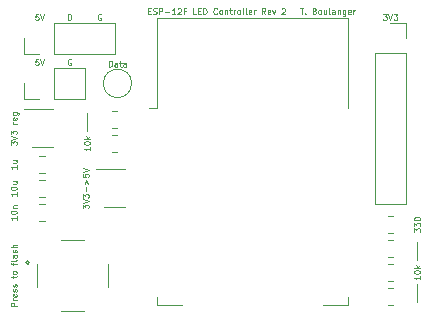
<source format=gbr>
%TF.GenerationSoftware,KiCad,Pcbnew,(5.1.9)-1*%
%TF.CreationDate,2021-10-20T11:11:32-07:00*%
%TF.ProjectId,LED-Controller-ESP-12F,4c45442d-436f-46e7-9472-6f6c6c65722d,A*%
%TF.SameCoordinates,Original*%
%TF.FileFunction,Legend,Top*%
%TF.FilePolarity,Positive*%
%FSLAX46Y46*%
G04 Gerber Fmt 4.6, Leading zero omitted, Abs format (unit mm)*
G04 Created by KiCad (PCBNEW (5.1.9)-1) date 2021-10-20 11:11:32*
%MOMM*%
%LPD*%
G01*
G04 APERTURE LIST*
%ADD10C,0.075000*%
%ADD11C,0.120000*%
%ADD12C,0.200000*%
%ADD13C,0.100000*%
G04 APERTURE END LIST*
D10*
X117129809Y-104239190D02*
X117129809Y-103739190D01*
X117248857Y-103739190D01*
X117320285Y-103763000D01*
X117367904Y-103810619D01*
X117391714Y-103858238D01*
X117415523Y-103953476D01*
X117415523Y-104024904D01*
X117391714Y-104120142D01*
X117367904Y-104167761D01*
X117320285Y-104215380D01*
X117248857Y-104239190D01*
X117129809Y-104239190D01*
X117844095Y-104239190D02*
X117844095Y-103977285D01*
X117820285Y-103929666D01*
X117772666Y-103905857D01*
X117677428Y-103905857D01*
X117629809Y-103929666D01*
X117844095Y-104215380D02*
X117796476Y-104239190D01*
X117677428Y-104239190D01*
X117629809Y-104215380D01*
X117606000Y-104167761D01*
X117606000Y-104120142D01*
X117629809Y-104072523D01*
X117677428Y-104048714D01*
X117796476Y-104048714D01*
X117844095Y-104024904D01*
X118010761Y-103905857D02*
X118201238Y-103905857D01*
X118082190Y-103739190D02*
X118082190Y-104167761D01*
X118106000Y-104215380D01*
X118153619Y-104239190D01*
X118201238Y-104239190D01*
X118582190Y-104239190D02*
X118582190Y-103977285D01*
X118558380Y-103929666D01*
X118510761Y-103905857D01*
X118415523Y-103905857D01*
X118367904Y-103929666D01*
X118582190Y-104215380D02*
X118534571Y-104239190D01*
X118415523Y-104239190D01*
X118367904Y-104215380D01*
X118344095Y-104167761D01*
X118344095Y-104120142D01*
X118367904Y-104072523D01*
X118415523Y-104048714D01*
X118534571Y-104048714D01*
X118582190Y-104024904D01*
X109319190Y-124503333D02*
X108819190Y-124503333D01*
X108819190Y-124312857D01*
X108843000Y-124265238D01*
X108866809Y-124241428D01*
X108914428Y-124217619D01*
X108985857Y-124217619D01*
X109033476Y-124241428D01*
X109057285Y-124265238D01*
X109081095Y-124312857D01*
X109081095Y-124503333D01*
X109319190Y-124003333D02*
X108985857Y-124003333D01*
X109081095Y-124003333D02*
X109033476Y-123979523D01*
X109009666Y-123955714D01*
X108985857Y-123908095D01*
X108985857Y-123860476D01*
X109295380Y-123503333D02*
X109319190Y-123550952D01*
X109319190Y-123646190D01*
X109295380Y-123693809D01*
X109247761Y-123717619D01*
X109057285Y-123717619D01*
X109009666Y-123693809D01*
X108985857Y-123646190D01*
X108985857Y-123550952D01*
X109009666Y-123503333D01*
X109057285Y-123479523D01*
X109104904Y-123479523D01*
X109152523Y-123717619D01*
X109295380Y-123289047D02*
X109319190Y-123241428D01*
X109319190Y-123146190D01*
X109295380Y-123098571D01*
X109247761Y-123074761D01*
X109223952Y-123074761D01*
X109176333Y-123098571D01*
X109152523Y-123146190D01*
X109152523Y-123217619D01*
X109128714Y-123265238D01*
X109081095Y-123289047D01*
X109057285Y-123289047D01*
X109009666Y-123265238D01*
X108985857Y-123217619D01*
X108985857Y-123146190D01*
X109009666Y-123098571D01*
X109295380Y-122884285D02*
X109319190Y-122836666D01*
X109319190Y-122741428D01*
X109295380Y-122693809D01*
X109247761Y-122670000D01*
X109223952Y-122670000D01*
X109176333Y-122693809D01*
X109152523Y-122741428D01*
X109152523Y-122812857D01*
X109128714Y-122860476D01*
X109081095Y-122884285D01*
X109057285Y-122884285D01*
X109009666Y-122860476D01*
X108985857Y-122812857D01*
X108985857Y-122741428D01*
X109009666Y-122693809D01*
X108985857Y-122146190D02*
X108985857Y-121955714D01*
X108819190Y-122074761D02*
X109247761Y-122074761D01*
X109295380Y-122050952D01*
X109319190Y-122003333D01*
X109319190Y-121955714D01*
X109319190Y-121717619D02*
X109295380Y-121765238D01*
X109271571Y-121789047D01*
X109223952Y-121812857D01*
X109081095Y-121812857D01*
X109033476Y-121789047D01*
X109009666Y-121765238D01*
X108985857Y-121717619D01*
X108985857Y-121646190D01*
X109009666Y-121598571D01*
X109033476Y-121574761D01*
X109081095Y-121550952D01*
X109223952Y-121550952D01*
X109271571Y-121574761D01*
X109295380Y-121598571D01*
X109319190Y-121646190D01*
X109319190Y-121717619D01*
X108985857Y-121027142D02*
X108985857Y-120836666D01*
X109319190Y-120955714D02*
X108890619Y-120955714D01*
X108843000Y-120931904D01*
X108819190Y-120884285D01*
X108819190Y-120836666D01*
X109319190Y-120598571D02*
X109295380Y-120646190D01*
X109247761Y-120670000D01*
X108819190Y-120670000D01*
X109319190Y-120193809D02*
X109057285Y-120193809D01*
X109009666Y-120217619D01*
X108985857Y-120265238D01*
X108985857Y-120360476D01*
X109009666Y-120408095D01*
X109295380Y-120193809D02*
X109319190Y-120241428D01*
X109319190Y-120360476D01*
X109295380Y-120408095D01*
X109247761Y-120431904D01*
X109200142Y-120431904D01*
X109152523Y-120408095D01*
X109128714Y-120360476D01*
X109128714Y-120241428D01*
X109104904Y-120193809D01*
X109295380Y-119979523D02*
X109319190Y-119931904D01*
X109319190Y-119836666D01*
X109295380Y-119789047D01*
X109247761Y-119765238D01*
X109223952Y-119765238D01*
X109176333Y-119789047D01*
X109152523Y-119836666D01*
X109152523Y-119908095D01*
X109128714Y-119955714D01*
X109081095Y-119979523D01*
X109057285Y-119979523D01*
X109009666Y-119955714D01*
X108985857Y-119908095D01*
X108985857Y-119836666D01*
X109009666Y-119789047D01*
X109319190Y-119550952D02*
X108819190Y-119550952D01*
X109319190Y-119336666D02*
X109057285Y-119336666D01*
X109009666Y-119360476D01*
X108985857Y-119408095D01*
X108985857Y-119479523D01*
X109009666Y-119527142D01*
X109033476Y-119550952D01*
X114915190Y-116244476D02*
X114915190Y-115934952D01*
X115105666Y-116101619D01*
X115105666Y-116030190D01*
X115129476Y-115982571D01*
X115153285Y-115958761D01*
X115200904Y-115934952D01*
X115319952Y-115934952D01*
X115367571Y-115958761D01*
X115391380Y-115982571D01*
X115415190Y-116030190D01*
X115415190Y-116173047D01*
X115391380Y-116220666D01*
X115367571Y-116244476D01*
X114915190Y-115792095D02*
X115415190Y-115625428D01*
X114915190Y-115458761D01*
X114915190Y-115339714D02*
X114915190Y-115030190D01*
X115105666Y-115196857D01*
X115105666Y-115125428D01*
X115129476Y-115077809D01*
X115153285Y-115054000D01*
X115200904Y-115030190D01*
X115319952Y-115030190D01*
X115367571Y-115054000D01*
X115391380Y-115077809D01*
X115415190Y-115125428D01*
X115415190Y-115268285D01*
X115391380Y-115315904D01*
X115367571Y-115339714D01*
X115224714Y-114815904D02*
X115224714Y-114434952D01*
X115081857Y-114196857D02*
X115224714Y-113815904D01*
X115367571Y-114196857D01*
X114915190Y-113339714D02*
X114915190Y-113577809D01*
X115153285Y-113601619D01*
X115129476Y-113577809D01*
X115105666Y-113530190D01*
X115105666Y-113411142D01*
X115129476Y-113363523D01*
X115153285Y-113339714D01*
X115200904Y-113315904D01*
X115319952Y-113315904D01*
X115367571Y-113339714D01*
X115391380Y-113363523D01*
X115415190Y-113411142D01*
X115415190Y-113530190D01*
X115391380Y-113577809D01*
X115367571Y-113601619D01*
X114915190Y-113173047D02*
X115415190Y-113006380D01*
X114915190Y-112839714D01*
X108819190Y-110878761D02*
X108819190Y-110569238D01*
X109009666Y-110735904D01*
X109009666Y-110664476D01*
X109033476Y-110616857D01*
X109057285Y-110593047D01*
X109104904Y-110569238D01*
X109223952Y-110569238D01*
X109271571Y-110593047D01*
X109295380Y-110616857D01*
X109319190Y-110664476D01*
X109319190Y-110807333D01*
X109295380Y-110854952D01*
X109271571Y-110878761D01*
X108819190Y-110426380D02*
X109319190Y-110259714D01*
X108819190Y-110093047D01*
X108819190Y-109974000D02*
X108819190Y-109664476D01*
X109009666Y-109831142D01*
X109009666Y-109759714D01*
X109033476Y-109712095D01*
X109057285Y-109688285D01*
X109104904Y-109664476D01*
X109223952Y-109664476D01*
X109271571Y-109688285D01*
X109295380Y-109712095D01*
X109319190Y-109759714D01*
X109319190Y-109902571D01*
X109295380Y-109950190D01*
X109271571Y-109974000D01*
X109319190Y-109069238D02*
X108985857Y-109069238D01*
X109081095Y-109069238D02*
X109033476Y-109045428D01*
X109009666Y-109021619D01*
X108985857Y-108974000D01*
X108985857Y-108926380D01*
X109295380Y-108569238D02*
X109319190Y-108616857D01*
X109319190Y-108712095D01*
X109295380Y-108759714D01*
X109247761Y-108783523D01*
X109057285Y-108783523D01*
X109009666Y-108759714D01*
X108985857Y-108712095D01*
X108985857Y-108616857D01*
X109009666Y-108569238D01*
X109057285Y-108545428D01*
X109104904Y-108545428D01*
X109152523Y-108783523D01*
X108985857Y-108116857D02*
X109390619Y-108116857D01*
X109438238Y-108140666D01*
X109462047Y-108164476D01*
X109485857Y-108212095D01*
X109485857Y-108283523D01*
X109462047Y-108331142D01*
X109295380Y-108116857D02*
X109319190Y-108164476D01*
X109319190Y-108259714D01*
X109295380Y-108307333D01*
X109271571Y-108331142D01*
X109223952Y-108354952D01*
X109081095Y-108354952D01*
X109033476Y-108331142D01*
X109009666Y-108307333D01*
X108985857Y-108259714D01*
X108985857Y-108164476D01*
X109009666Y-108116857D01*
X109319190Y-116907428D02*
X109319190Y-117193142D01*
X109319190Y-117050285D02*
X108819190Y-117050285D01*
X108890619Y-117097904D01*
X108938238Y-117145523D01*
X108962047Y-117193142D01*
X108819190Y-116597904D02*
X108819190Y-116550285D01*
X108843000Y-116502666D01*
X108866809Y-116478857D01*
X108914428Y-116455047D01*
X109009666Y-116431238D01*
X109128714Y-116431238D01*
X109223952Y-116455047D01*
X109271571Y-116478857D01*
X109295380Y-116502666D01*
X109319190Y-116550285D01*
X109319190Y-116597904D01*
X109295380Y-116645523D01*
X109271571Y-116669333D01*
X109223952Y-116693142D01*
X109128714Y-116716952D01*
X109009666Y-116716952D01*
X108914428Y-116693142D01*
X108866809Y-116669333D01*
X108843000Y-116645523D01*
X108819190Y-116597904D01*
X108985857Y-116216952D02*
X109319190Y-116216952D01*
X109033476Y-116216952D02*
X109009666Y-116193142D01*
X108985857Y-116145523D01*
X108985857Y-116074095D01*
X109009666Y-116026476D01*
X109057285Y-116002666D01*
X109319190Y-116002666D01*
X109319190Y-114875428D02*
X109319190Y-115161142D01*
X109319190Y-115018285D02*
X108819190Y-115018285D01*
X108890619Y-115065904D01*
X108938238Y-115113523D01*
X108962047Y-115161142D01*
X108819190Y-114565904D02*
X108819190Y-114518285D01*
X108843000Y-114470666D01*
X108866809Y-114446857D01*
X108914428Y-114423047D01*
X109009666Y-114399238D01*
X109128714Y-114399238D01*
X109223952Y-114423047D01*
X109271571Y-114446857D01*
X109295380Y-114470666D01*
X109319190Y-114518285D01*
X109319190Y-114565904D01*
X109295380Y-114613523D01*
X109271571Y-114637333D01*
X109223952Y-114661142D01*
X109128714Y-114684952D01*
X109009666Y-114684952D01*
X108914428Y-114661142D01*
X108866809Y-114637333D01*
X108843000Y-114613523D01*
X108819190Y-114565904D01*
X108985857Y-113970666D02*
X109319190Y-113970666D01*
X108985857Y-114184952D02*
X109247761Y-114184952D01*
X109295380Y-114161142D01*
X109319190Y-114113523D01*
X109319190Y-114042095D01*
X109295380Y-113994476D01*
X109271571Y-113970666D01*
X109319190Y-112605333D02*
X109319190Y-112891047D01*
X109319190Y-112748190D02*
X108819190Y-112748190D01*
X108890619Y-112795809D01*
X108938238Y-112843428D01*
X108962047Y-112891047D01*
X108985857Y-112176761D02*
X109319190Y-112176761D01*
X108985857Y-112391047D02*
X109247761Y-112391047D01*
X109295380Y-112367238D01*
X109319190Y-112319619D01*
X109319190Y-112248190D01*
X109295380Y-112200571D01*
X109271571Y-112176761D01*
D11*
X115316000Y-108204000D02*
X115316000Y-109728000D01*
D10*
X115542190Y-111041619D02*
X115542190Y-111327333D01*
X115542190Y-111184476D02*
X115042190Y-111184476D01*
X115113619Y-111232095D01*
X115161238Y-111279714D01*
X115185047Y-111327333D01*
X115042190Y-110732095D02*
X115042190Y-110684476D01*
X115066000Y-110636857D01*
X115089809Y-110613047D01*
X115137428Y-110589238D01*
X115232666Y-110565428D01*
X115351714Y-110565428D01*
X115446952Y-110589238D01*
X115494571Y-110613047D01*
X115518380Y-110636857D01*
X115542190Y-110684476D01*
X115542190Y-110732095D01*
X115518380Y-110779714D01*
X115494571Y-110803523D01*
X115446952Y-110827333D01*
X115351714Y-110851142D01*
X115232666Y-110851142D01*
X115137428Y-110827333D01*
X115089809Y-110803523D01*
X115066000Y-110779714D01*
X115042190Y-110732095D01*
X115542190Y-110351142D02*
X115042190Y-110351142D01*
X115351714Y-110303523D02*
X115542190Y-110160666D01*
X115208857Y-110160666D02*
X115399333Y-110351142D01*
X120452285Y-99532285D02*
X120618952Y-99532285D01*
X120690380Y-99794190D02*
X120452285Y-99794190D01*
X120452285Y-99294190D01*
X120690380Y-99294190D01*
X120880857Y-99770380D02*
X120952285Y-99794190D01*
X121071333Y-99794190D01*
X121118952Y-99770380D01*
X121142761Y-99746571D01*
X121166571Y-99698952D01*
X121166571Y-99651333D01*
X121142761Y-99603714D01*
X121118952Y-99579904D01*
X121071333Y-99556095D01*
X120976095Y-99532285D01*
X120928476Y-99508476D01*
X120904666Y-99484666D01*
X120880857Y-99437047D01*
X120880857Y-99389428D01*
X120904666Y-99341809D01*
X120928476Y-99318000D01*
X120976095Y-99294190D01*
X121095142Y-99294190D01*
X121166571Y-99318000D01*
X121380857Y-99794190D02*
X121380857Y-99294190D01*
X121571333Y-99294190D01*
X121618952Y-99318000D01*
X121642761Y-99341809D01*
X121666571Y-99389428D01*
X121666571Y-99460857D01*
X121642761Y-99508476D01*
X121618952Y-99532285D01*
X121571333Y-99556095D01*
X121380857Y-99556095D01*
X121880857Y-99603714D02*
X122261809Y-99603714D01*
X122761809Y-99794190D02*
X122476095Y-99794190D01*
X122618952Y-99794190D02*
X122618952Y-99294190D01*
X122571333Y-99365619D01*
X122523714Y-99413238D01*
X122476095Y-99437047D01*
X122952285Y-99341809D02*
X122976095Y-99318000D01*
X123023714Y-99294190D01*
X123142761Y-99294190D01*
X123190380Y-99318000D01*
X123214190Y-99341809D01*
X123238000Y-99389428D01*
X123238000Y-99437047D01*
X123214190Y-99508476D01*
X122928476Y-99794190D01*
X123238000Y-99794190D01*
X123618952Y-99532285D02*
X123452285Y-99532285D01*
X123452285Y-99794190D02*
X123452285Y-99294190D01*
X123690380Y-99294190D01*
X124499904Y-99794190D02*
X124261809Y-99794190D01*
X124261809Y-99294190D01*
X124666571Y-99532285D02*
X124833238Y-99532285D01*
X124904666Y-99794190D02*
X124666571Y-99794190D01*
X124666571Y-99294190D01*
X124904666Y-99294190D01*
X125118952Y-99794190D02*
X125118952Y-99294190D01*
X125238000Y-99294190D01*
X125309428Y-99318000D01*
X125357047Y-99365619D01*
X125380857Y-99413238D01*
X125404666Y-99508476D01*
X125404666Y-99579904D01*
X125380857Y-99675142D01*
X125357047Y-99722761D01*
X125309428Y-99770380D01*
X125238000Y-99794190D01*
X125118952Y-99794190D01*
X126285619Y-99746571D02*
X126261809Y-99770380D01*
X126190380Y-99794190D01*
X126142761Y-99794190D01*
X126071333Y-99770380D01*
X126023714Y-99722761D01*
X125999904Y-99675142D01*
X125976095Y-99579904D01*
X125976095Y-99508476D01*
X125999904Y-99413238D01*
X126023714Y-99365619D01*
X126071333Y-99318000D01*
X126142761Y-99294190D01*
X126190380Y-99294190D01*
X126261809Y-99318000D01*
X126285619Y-99341809D01*
X126571333Y-99794190D02*
X126523714Y-99770380D01*
X126499904Y-99746571D01*
X126476095Y-99698952D01*
X126476095Y-99556095D01*
X126499904Y-99508476D01*
X126523714Y-99484666D01*
X126571333Y-99460857D01*
X126642761Y-99460857D01*
X126690380Y-99484666D01*
X126714190Y-99508476D01*
X126738000Y-99556095D01*
X126738000Y-99698952D01*
X126714190Y-99746571D01*
X126690380Y-99770380D01*
X126642761Y-99794190D01*
X126571333Y-99794190D01*
X126952285Y-99460857D02*
X126952285Y-99794190D01*
X126952285Y-99508476D02*
X126976095Y-99484666D01*
X127023714Y-99460857D01*
X127095142Y-99460857D01*
X127142761Y-99484666D01*
X127166571Y-99532285D01*
X127166571Y-99794190D01*
X127333238Y-99460857D02*
X127523714Y-99460857D01*
X127404666Y-99294190D02*
X127404666Y-99722761D01*
X127428476Y-99770380D01*
X127476095Y-99794190D01*
X127523714Y-99794190D01*
X127690380Y-99794190D02*
X127690380Y-99460857D01*
X127690380Y-99556095D02*
X127714190Y-99508476D01*
X127738000Y-99484666D01*
X127785619Y-99460857D01*
X127833238Y-99460857D01*
X128071333Y-99794190D02*
X128023714Y-99770380D01*
X127999904Y-99746571D01*
X127976095Y-99698952D01*
X127976095Y-99556095D01*
X127999904Y-99508476D01*
X128023714Y-99484666D01*
X128071333Y-99460857D01*
X128142761Y-99460857D01*
X128190380Y-99484666D01*
X128214190Y-99508476D01*
X128238000Y-99556095D01*
X128238000Y-99698952D01*
X128214190Y-99746571D01*
X128190380Y-99770380D01*
X128142761Y-99794190D01*
X128071333Y-99794190D01*
X128523714Y-99794190D02*
X128476095Y-99770380D01*
X128452285Y-99722761D01*
X128452285Y-99294190D01*
X128785619Y-99794190D02*
X128738000Y-99770380D01*
X128714190Y-99722761D01*
X128714190Y-99294190D01*
X129166571Y-99770380D02*
X129118952Y-99794190D01*
X129023714Y-99794190D01*
X128976095Y-99770380D01*
X128952285Y-99722761D01*
X128952285Y-99532285D01*
X128976095Y-99484666D01*
X129023714Y-99460857D01*
X129118952Y-99460857D01*
X129166571Y-99484666D01*
X129190380Y-99532285D01*
X129190380Y-99579904D01*
X128952285Y-99627523D01*
X129404666Y-99794190D02*
X129404666Y-99460857D01*
X129404666Y-99556095D02*
X129428476Y-99508476D01*
X129452285Y-99484666D01*
X129499904Y-99460857D01*
X129547523Y-99460857D01*
X130380857Y-99794190D02*
X130214190Y-99556095D01*
X130095142Y-99794190D02*
X130095142Y-99294190D01*
X130285619Y-99294190D01*
X130333238Y-99318000D01*
X130357047Y-99341809D01*
X130380857Y-99389428D01*
X130380857Y-99460857D01*
X130357047Y-99508476D01*
X130333238Y-99532285D01*
X130285619Y-99556095D01*
X130095142Y-99556095D01*
X130785619Y-99770380D02*
X130738000Y-99794190D01*
X130642761Y-99794190D01*
X130595142Y-99770380D01*
X130571333Y-99722761D01*
X130571333Y-99532285D01*
X130595142Y-99484666D01*
X130642761Y-99460857D01*
X130738000Y-99460857D01*
X130785619Y-99484666D01*
X130809428Y-99532285D01*
X130809428Y-99579904D01*
X130571333Y-99627523D01*
X130976095Y-99460857D02*
X131095142Y-99794190D01*
X131214190Y-99460857D01*
X131761809Y-99341809D02*
X131785619Y-99318000D01*
X131833238Y-99294190D01*
X131952285Y-99294190D01*
X131999904Y-99318000D01*
X132023714Y-99341809D01*
X132047523Y-99389428D01*
X132047523Y-99437047D01*
X132023714Y-99508476D01*
X131738000Y-99794190D01*
X132047523Y-99794190D01*
X133302666Y-99294190D02*
X133588380Y-99294190D01*
X133445523Y-99794190D02*
X133445523Y-99294190D01*
X133755047Y-99746571D02*
X133778857Y-99770380D01*
X133755047Y-99794190D01*
X133731238Y-99770380D01*
X133755047Y-99746571D01*
X133755047Y-99794190D01*
X134540761Y-99532285D02*
X134612190Y-99556095D01*
X134636000Y-99579904D01*
X134659809Y-99627523D01*
X134659809Y-99698952D01*
X134636000Y-99746571D01*
X134612190Y-99770380D01*
X134564571Y-99794190D01*
X134374095Y-99794190D01*
X134374095Y-99294190D01*
X134540761Y-99294190D01*
X134588380Y-99318000D01*
X134612190Y-99341809D01*
X134636000Y-99389428D01*
X134636000Y-99437047D01*
X134612190Y-99484666D01*
X134588380Y-99508476D01*
X134540761Y-99532285D01*
X134374095Y-99532285D01*
X134945523Y-99794190D02*
X134897904Y-99770380D01*
X134874095Y-99746571D01*
X134850285Y-99698952D01*
X134850285Y-99556095D01*
X134874095Y-99508476D01*
X134897904Y-99484666D01*
X134945523Y-99460857D01*
X135016952Y-99460857D01*
X135064571Y-99484666D01*
X135088380Y-99508476D01*
X135112190Y-99556095D01*
X135112190Y-99698952D01*
X135088380Y-99746571D01*
X135064571Y-99770380D01*
X135016952Y-99794190D01*
X134945523Y-99794190D01*
X135540761Y-99460857D02*
X135540761Y-99794190D01*
X135326476Y-99460857D02*
X135326476Y-99722761D01*
X135350285Y-99770380D01*
X135397904Y-99794190D01*
X135469333Y-99794190D01*
X135516952Y-99770380D01*
X135540761Y-99746571D01*
X135850285Y-99794190D02*
X135802666Y-99770380D01*
X135778857Y-99722761D01*
X135778857Y-99294190D01*
X136255047Y-99794190D02*
X136255047Y-99532285D01*
X136231238Y-99484666D01*
X136183619Y-99460857D01*
X136088380Y-99460857D01*
X136040761Y-99484666D01*
X136255047Y-99770380D02*
X136207428Y-99794190D01*
X136088380Y-99794190D01*
X136040761Y-99770380D01*
X136016952Y-99722761D01*
X136016952Y-99675142D01*
X136040761Y-99627523D01*
X136088380Y-99603714D01*
X136207428Y-99603714D01*
X136255047Y-99579904D01*
X136493142Y-99460857D02*
X136493142Y-99794190D01*
X136493142Y-99508476D02*
X136516952Y-99484666D01*
X136564571Y-99460857D01*
X136636000Y-99460857D01*
X136683619Y-99484666D01*
X136707428Y-99532285D01*
X136707428Y-99794190D01*
X137159809Y-99460857D02*
X137159809Y-99865619D01*
X137136000Y-99913238D01*
X137112190Y-99937047D01*
X137064571Y-99960857D01*
X136993142Y-99960857D01*
X136945523Y-99937047D01*
X137159809Y-99770380D02*
X137112190Y-99794190D01*
X137016952Y-99794190D01*
X136969333Y-99770380D01*
X136945523Y-99746571D01*
X136921714Y-99698952D01*
X136921714Y-99556095D01*
X136945523Y-99508476D01*
X136969333Y-99484666D01*
X137016952Y-99460857D01*
X137112190Y-99460857D01*
X137159809Y-99484666D01*
X137588380Y-99770380D02*
X137540761Y-99794190D01*
X137445523Y-99794190D01*
X137397904Y-99770380D01*
X137374095Y-99722761D01*
X137374095Y-99532285D01*
X137397904Y-99484666D01*
X137445523Y-99460857D01*
X137540761Y-99460857D01*
X137588380Y-99484666D01*
X137612190Y-99532285D01*
X137612190Y-99579904D01*
X137374095Y-99627523D01*
X137826476Y-99794190D02*
X137826476Y-99460857D01*
X137826476Y-99556095D02*
X137850285Y-99508476D01*
X137874095Y-99484666D01*
X137921714Y-99460857D01*
X137969333Y-99460857D01*
X111156761Y-103612190D02*
X110918666Y-103612190D01*
X110894857Y-103850285D01*
X110918666Y-103826476D01*
X110966285Y-103802666D01*
X111085333Y-103802666D01*
X111132952Y-103826476D01*
X111156761Y-103850285D01*
X111180571Y-103897904D01*
X111180571Y-104016952D01*
X111156761Y-104064571D01*
X111132952Y-104088380D01*
X111085333Y-104112190D01*
X110966285Y-104112190D01*
X110918666Y-104088380D01*
X110894857Y-104064571D01*
X111323428Y-103612190D02*
X111490095Y-104112190D01*
X111656761Y-103612190D01*
X113922952Y-103636000D02*
X113875333Y-103612190D01*
X113803904Y-103612190D01*
X113732476Y-103636000D01*
X113684857Y-103683619D01*
X113661047Y-103731238D01*
X113637238Y-103826476D01*
X113637238Y-103897904D01*
X113661047Y-103993142D01*
X113684857Y-104040761D01*
X113732476Y-104088380D01*
X113803904Y-104112190D01*
X113851523Y-104112190D01*
X113922952Y-104088380D01*
X113946761Y-104064571D01*
X113946761Y-103897904D01*
X113851523Y-103897904D01*
D11*
X143256000Y-122682000D02*
X143256000Y-124206000D01*
X143256000Y-119126000D02*
X143256000Y-120650000D01*
D10*
X143482190Y-121963619D02*
X143482190Y-122249333D01*
X143482190Y-122106476D02*
X142982190Y-122106476D01*
X143053619Y-122154095D01*
X143101238Y-122201714D01*
X143125047Y-122249333D01*
X142982190Y-121654095D02*
X142982190Y-121606476D01*
X143006000Y-121558857D01*
X143029809Y-121535047D01*
X143077428Y-121511238D01*
X143172666Y-121487428D01*
X143291714Y-121487428D01*
X143386952Y-121511238D01*
X143434571Y-121535047D01*
X143458380Y-121558857D01*
X143482190Y-121606476D01*
X143482190Y-121654095D01*
X143458380Y-121701714D01*
X143434571Y-121725523D01*
X143386952Y-121749333D01*
X143291714Y-121773142D01*
X143172666Y-121773142D01*
X143077428Y-121749333D01*
X143029809Y-121725523D01*
X143006000Y-121701714D01*
X142982190Y-121654095D01*
X143482190Y-121273142D02*
X142982190Y-121273142D01*
X143291714Y-121225523D02*
X143482190Y-121082666D01*
X143148857Y-121082666D02*
X143339333Y-121273142D01*
X142982190Y-118244857D02*
X142982190Y-117935333D01*
X143172666Y-118102000D01*
X143172666Y-118030571D01*
X143196476Y-117982952D01*
X143220285Y-117959142D01*
X143267904Y-117935333D01*
X143386952Y-117935333D01*
X143434571Y-117959142D01*
X143458380Y-117982952D01*
X143482190Y-118030571D01*
X143482190Y-118173428D01*
X143458380Y-118221047D01*
X143434571Y-118244857D01*
X142982190Y-117768666D02*
X142982190Y-117459142D01*
X143172666Y-117625809D01*
X143172666Y-117554380D01*
X143196476Y-117506761D01*
X143220285Y-117482952D01*
X143267904Y-117459142D01*
X143386952Y-117459142D01*
X143434571Y-117482952D01*
X143458380Y-117506761D01*
X143482190Y-117554380D01*
X143482190Y-117697238D01*
X143458380Y-117744857D01*
X143434571Y-117768666D01*
X142982190Y-117149619D02*
X142982190Y-117102000D01*
X143006000Y-117054380D01*
X143029809Y-117030571D01*
X143077428Y-117006761D01*
X143172666Y-116982952D01*
X143291714Y-116982952D01*
X143386952Y-117006761D01*
X143434571Y-117030571D01*
X143458380Y-117054380D01*
X143482190Y-117102000D01*
X143482190Y-117149619D01*
X143458380Y-117197238D01*
X143434571Y-117221047D01*
X143386952Y-117244857D01*
X143291714Y-117268666D01*
X143172666Y-117268666D01*
X143077428Y-117244857D01*
X143029809Y-117221047D01*
X143006000Y-117197238D01*
X142982190Y-117149619D01*
X140350952Y-99802190D02*
X140660476Y-99802190D01*
X140493809Y-99992666D01*
X140565238Y-99992666D01*
X140612857Y-100016476D01*
X140636666Y-100040285D01*
X140660476Y-100087904D01*
X140660476Y-100206952D01*
X140636666Y-100254571D01*
X140612857Y-100278380D01*
X140565238Y-100302190D01*
X140422380Y-100302190D01*
X140374761Y-100278380D01*
X140350952Y-100254571D01*
X140803333Y-99802190D02*
X140970000Y-100302190D01*
X141136666Y-99802190D01*
X141255714Y-99802190D02*
X141565238Y-99802190D01*
X141398571Y-99992666D01*
X141470000Y-99992666D01*
X141517619Y-100016476D01*
X141541428Y-100040285D01*
X141565238Y-100087904D01*
X141565238Y-100206952D01*
X141541428Y-100254571D01*
X141517619Y-100278380D01*
X141470000Y-100302190D01*
X141327142Y-100302190D01*
X141279523Y-100278380D01*
X141255714Y-100254571D01*
X116462952Y-99826000D02*
X116415333Y-99802190D01*
X116343904Y-99802190D01*
X116272476Y-99826000D01*
X116224857Y-99873619D01*
X116201047Y-99921238D01*
X116177238Y-100016476D01*
X116177238Y-100087904D01*
X116201047Y-100183142D01*
X116224857Y-100230761D01*
X116272476Y-100278380D01*
X116343904Y-100302190D01*
X116391523Y-100302190D01*
X116462952Y-100278380D01*
X116486761Y-100254571D01*
X116486761Y-100087904D01*
X116391523Y-100087904D01*
X113661047Y-100302190D02*
X113661047Y-99802190D01*
X113780095Y-99802190D01*
X113851523Y-99826000D01*
X113899142Y-99873619D01*
X113922952Y-99921238D01*
X113946761Y-100016476D01*
X113946761Y-100087904D01*
X113922952Y-100183142D01*
X113899142Y-100230761D01*
X113851523Y-100278380D01*
X113780095Y-100302190D01*
X113661047Y-100302190D01*
X111156761Y-99802190D02*
X110918666Y-99802190D01*
X110894857Y-100040285D01*
X110918666Y-100016476D01*
X110966285Y-99992666D01*
X111085333Y-99992666D01*
X111132952Y-100016476D01*
X111156761Y-100040285D01*
X111180571Y-100087904D01*
X111180571Y-100206952D01*
X111156761Y-100254571D01*
X111132952Y-100278380D01*
X111085333Y-100302190D01*
X110966285Y-100302190D01*
X110918666Y-100278380D01*
X110894857Y-100254571D01*
X111323428Y-99802190D02*
X111490095Y-100302190D01*
X111656761Y-99802190D01*
D11*
%TO.C,C1*%
X111223248Y-113257000D02*
X111745752Y-113257000D01*
X111223248Y-111787000D02*
X111745752Y-111787000D01*
%TO.C,C2*%
X111223248Y-113819000D02*
X111745752Y-113819000D01*
X111223248Y-115289000D02*
X111745752Y-115289000D01*
%TO.C,C3*%
X111223248Y-117321000D02*
X111745752Y-117321000D01*
X111223248Y-115851000D02*
X111745752Y-115851000D01*
%TO.C,J1*%
X109922000Y-106994000D02*
X109922000Y-105664000D01*
X111252000Y-106994000D02*
X109922000Y-106994000D01*
X112522000Y-106994000D02*
X112522000Y-104334000D01*
X112522000Y-104334000D02*
X115122000Y-104334000D01*
X112522000Y-106994000D02*
X115122000Y-106994000D01*
X115122000Y-106994000D02*
X115122000Y-104334000D01*
%TO.C,J2*%
X109922000Y-103184000D02*
X109922000Y-101854000D01*
X111252000Y-103184000D02*
X109922000Y-103184000D01*
X112522000Y-103184000D02*
X112522000Y-100524000D01*
X112522000Y-100524000D02*
X117662000Y-100524000D01*
X112522000Y-103184000D02*
X117662000Y-103184000D01*
X117662000Y-103184000D02*
X117662000Y-100524000D01*
%TO.C,J3*%
X140970000Y-100524000D02*
X142300000Y-100524000D01*
X142300000Y-100524000D02*
X142300000Y-101854000D01*
X142300000Y-103124000D02*
X142300000Y-115884000D01*
X139640000Y-115884000D02*
X142300000Y-115884000D01*
X139640000Y-103124000D02*
X139640000Y-115884000D01*
X139640000Y-103124000D02*
X142300000Y-103124000D01*
%TO.C,R1*%
X117390936Y-107977000D02*
X117845064Y-107977000D01*
X117390936Y-109447000D02*
X117845064Y-109447000D01*
%TO.C,R2*%
X117390936Y-111479000D02*
X117845064Y-111479000D01*
X117390936Y-110009000D02*
X117845064Y-110009000D01*
%TO.C,R3*%
X141197064Y-122401000D02*
X140742936Y-122401000D01*
X141197064Y-120931000D02*
X140742936Y-120931000D01*
%TO.C,R4*%
X140758936Y-120369000D02*
X141213064Y-120369000D01*
X140758936Y-118899000D02*
X141213064Y-118899000D01*
%TO.C,R5*%
X141213064Y-122963000D02*
X140758936Y-122963000D01*
X141213064Y-124433000D02*
X140758936Y-124433000D01*
%TO.C,R6*%
X141197064Y-118337000D02*
X140742936Y-118337000D01*
X141197064Y-116867000D02*
X140742936Y-116867000D01*
D12*
%TO.C,SW1*%
X110246000Y-120920000D02*
X110246000Y-120920000D01*
X110246000Y-120720000D02*
X110246000Y-120720000D01*
D13*
X117046000Y-120920000D02*
X117046000Y-122920000D01*
X111046000Y-120920000D02*
X111046000Y-122920000D01*
X113046000Y-124920000D02*
X115046000Y-124920000D01*
X113046000Y-118920000D02*
X115046000Y-118920000D01*
D12*
X110246000Y-120920000D02*
G75*
G02*
X110246000Y-120720000I0J100000D01*
G01*
X110246000Y-120720000D02*
G75*
G02*
X110246000Y-120920000I0J-100000D01*
G01*
D11*
%TO.C,U1*%
X110606000Y-111084000D02*
X112406000Y-111084000D01*
X112406000Y-107864000D02*
X109956000Y-107864000D01*
%TO.C,U2*%
X118502000Y-112944000D02*
X116052000Y-112944000D01*
X116702000Y-116164000D02*
X118502000Y-116164000D01*
%TO.C,U3*%
X121166000Y-107768000D02*
X120556000Y-107768000D01*
X121166000Y-107768000D02*
X121166000Y-100148000D01*
X121166000Y-124388000D02*
X121166000Y-123768000D01*
X123286000Y-124388000D02*
X121166000Y-124388000D01*
X137406000Y-124388000D02*
X135286000Y-124388000D01*
X137406000Y-123768000D02*
X137406000Y-124388000D01*
X137406000Y-100148000D02*
X137406000Y-107768000D01*
X121166000Y-100148000D02*
X137406000Y-100148000D01*
%TO.C,TP1*%
X119056000Y-105664000D02*
G75*
G03*
X119056000Y-105664000I-1200000J0D01*
G01*
%TD*%
M02*

</source>
